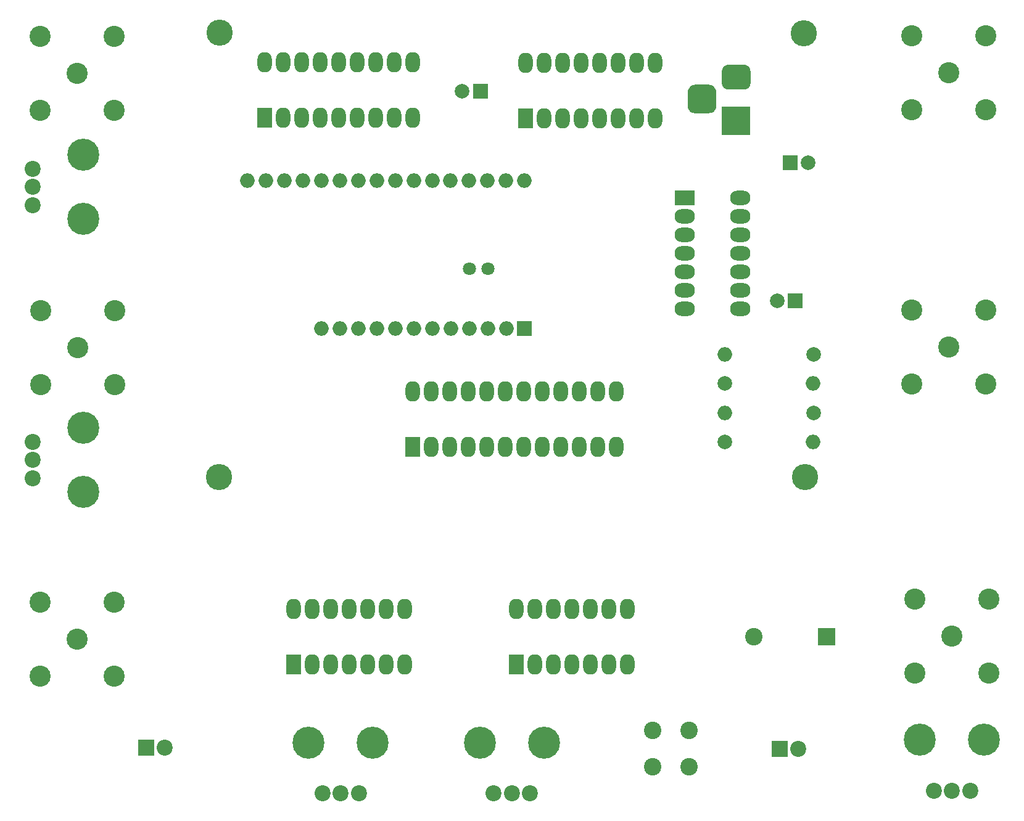
<source format=gbr>
G04 #@! TF.GenerationSoftware,KiCad,Pcbnew,(5.0.0)*
G04 #@! TF.CreationDate,2019-02-04T02:42:20+00:00*
G04 #@! TF.ProjectId,Maxime_Spikeling,4D6178696D655F5370696B656C696E67,rev?*
G04 #@! TF.SameCoordinates,Original*
G04 #@! TF.FileFunction,Soldermask,Bot*
G04 #@! TF.FilePolarity,Negative*
%FSLAX46Y46*%
G04 Gerber Fmt 4.6, Leading zero omitted, Abs format (unit mm)*
G04 Created by KiCad (PCBNEW (5.0.0)) date 02/04/19 02:42:20*
%MOMM*%
%LPD*%
G01*
G04 APERTURE LIST*
%ADD10C,1.800000*%
%ADD11O,2.800000X2.000000*%
%ADD12R,2.800000X2.000000*%
%ADD13R,2.000000X2.000000*%
%ADD14O,2.000000X2.000000*%
%ADD15C,2.900000*%
%ADD16O,2.000000X2.800000*%
%ADD17R,2.000000X2.800000*%
%ADD18C,3.600000*%
%ADD19R,2.400000X2.400000*%
%ADD20C,2.400000*%
%ADD21C,2.200000*%
%ADD22C,4.400000*%
%ADD23R,2.200000X2.200000*%
%ADD24C,2.000000*%
%ADD25C,0.100000*%
%ADD26C,3.900000*%
%ADD27C,3.400000*%
%ADD28R,3.900000X3.900000*%
G04 APERTURE END LIST*
D10*
G04 #@! TO.C,*
X86560000Y-59500000D03*
G04 #@! TD*
D11*
G04 #@! TO.C,*
X123720000Y-49800000D03*
X116100000Y-65040000D03*
X123720000Y-52340000D03*
X116100000Y-62500000D03*
X123720000Y-54880000D03*
X116100000Y-59960000D03*
X123720000Y-57420000D03*
X116100000Y-57420000D03*
X123720000Y-59960000D03*
X116100000Y-54880000D03*
X123720000Y-62500000D03*
X116100000Y-52340000D03*
X123720000Y-65040000D03*
D12*
X116100000Y-49800000D03*
G04 #@! TD*
D13*
G04 #@! TO.C,*
X94100000Y-67770000D03*
D14*
X89020000Y-47440000D03*
X81500000Y-47440000D03*
X91560000Y-47440000D03*
X78960000Y-47440000D03*
X66260000Y-67770000D03*
X76420000Y-47440000D03*
X68800000Y-67770000D03*
X73880000Y-47440000D03*
X71340000Y-67770000D03*
X71340000Y-47440000D03*
X73880000Y-67770000D03*
X68800000Y-47440000D03*
X76420000Y-67770000D03*
X66260000Y-47440000D03*
X78960000Y-67770000D03*
X63720000Y-47440000D03*
X81500000Y-67770000D03*
X61180000Y-47440000D03*
X84040000Y-67770000D03*
X58640000Y-47440000D03*
X86580000Y-67770000D03*
X56100000Y-47440000D03*
X89120000Y-67770000D03*
X91660000Y-67770000D03*
X83940000Y-47440000D03*
X86480000Y-47440000D03*
X94100000Y-47440000D03*
G04 #@! TD*
D15*
G04 #@! TO.C,Digital In 1*
X32700000Y-32700000D03*
X37780000Y-37780000D03*
X37780000Y-27620000D03*
X27620000Y-27620000D03*
X27620000Y-37780000D03*
G04 #@! TD*
G04 #@! TO.C,Digital In 2*
X32800000Y-70400000D03*
X37880000Y-75480000D03*
X37880000Y-65320000D03*
X27720000Y-65320000D03*
X27720000Y-75480000D03*
G04 #@! TD*
G04 #@! TO.C,Analog In*
X32700000Y-110400000D03*
X37780000Y-115480000D03*
X37780000Y-105320000D03*
X27620000Y-105320000D03*
X27620000Y-115480000D03*
G04 #@! TD*
G04 #@! TO.C,Stimulus*
X152800000Y-110000000D03*
X157880000Y-115080000D03*
X157880000Y-104920000D03*
X147720000Y-104920000D03*
X147720000Y-115080000D03*
G04 #@! TD*
G04 #@! TO.C,Digital Out*
X152400000Y-70300000D03*
X157480000Y-75380000D03*
X157480000Y-65220000D03*
X147320000Y-65220000D03*
X147320000Y-75380000D03*
G04 #@! TD*
G04 #@! TO.C,Analog Out*
X152400000Y-32600000D03*
X157480000Y-37680000D03*
X157480000Y-27520000D03*
X147320000Y-27520000D03*
X147320000Y-37680000D03*
G04 #@! TD*
D16*
G04 #@! TO.C,*
X94300000Y-31280000D03*
X112080000Y-38900000D03*
X96840000Y-31280000D03*
X109540000Y-38900000D03*
X99380000Y-31280000D03*
X107000000Y-38900000D03*
X101920000Y-31280000D03*
X104460000Y-38900000D03*
X104460000Y-31280000D03*
X101920000Y-38900000D03*
X107000000Y-31280000D03*
X99380000Y-38900000D03*
X109540000Y-31280000D03*
X96840000Y-38900000D03*
X112080000Y-31280000D03*
D17*
X94300000Y-38900000D03*
G04 #@! TD*
D18*
G04 #@! TO.C,*
X52300000Y-27100000D03*
G04 #@! TD*
D16*
G04 #@! TO.C,*
X62480000Y-106290000D03*
X77720000Y-113910000D03*
X65020000Y-106290000D03*
X75180000Y-113910000D03*
X67560000Y-106290000D03*
X72640000Y-113910000D03*
X70100000Y-106290000D03*
X70100000Y-113910000D03*
X72640000Y-106290000D03*
X67560000Y-113910000D03*
X75180000Y-106290000D03*
X65020000Y-113910000D03*
X77720000Y-106290000D03*
D17*
X62480000Y-113910000D03*
G04 #@! TD*
D16*
G04 #@! TO.C,*
X92980000Y-106290000D03*
X108220000Y-113910000D03*
X95520000Y-106290000D03*
X105680000Y-113910000D03*
X98060000Y-106290000D03*
X103140000Y-113910000D03*
X100600000Y-106290000D03*
X100600000Y-113910000D03*
X103140000Y-106290000D03*
X98060000Y-113910000D03*
X105680000Y-106290000D03*
X95520000Y-113910000D03*
X108220000Y-106290000D03*
D17*
X92980000Y-113910000D03*
G04 #@! TD*
D19*
G04 #@! TO.C,Speaker*
X135600000Y-110100000D03*
D20*
X125600000Y-110100000D03*
G04 #@! TD*
G04 #@! TO.C,Mode*
X111700000Y-122900000D03*
X116700000Y-122900000D03*
X116700000Y-127900000D03*
X111700000Y-127900000D03*
G04 #@! TD*
D21*
G04 #@! TO.C,Vm*
X89900000Y-131600000D03*
X92400000Y-131600000D03*
X94900000Y-131600000D03*
D22*
X88000000Y-124600000D03*
X96800000Y-124600000D03*
G04 #@! TD*
D21*
G04 #@! TO.C,*
X66400000Y-131600000D03*
X68900000Y-131600000D03*
X71400000Y-131600000D03*
D22*
X64500000Y-124600000D03*
X73300000Y-124600000D03*
G04 #@! TD*
D18*
G04 #@! TO.C,*
X132600000Y-88100000D03*
G04 #@! TD*
G04 #@! TO.C,*
X52200000Y-88100000D03*
G04 #@! TD*
G04 #@! TO.C,*
X132500000Y-27200000D03*
G04 #@! TD*
D16*
G04 #@! TO.C,*
X78800000Y-76380000D03*
X106740000Y-84000000D03*
X81340000Y-76380000D03*
X104200000Y-84000000D03*
X83880000Y-76380000D03*
X101660000Y-84000000D03*
X86420000Y-76380000D03*
X99120000Y-84000000D03*
X88960000Y-76380000D03*
X96580000Y-84000000D03*
X91500000Y-76380000D03*
X94040000Y-84000000D03*
X94040000Y-76380000D03*
X91500000Y-84000000D03*
X96580000Y-76380000D03*
X88960000Y-84000000D03*
X99120000Y-76380000D03*
X86420000Y-84000000D03*
X101660000Y-76380000D03*
X83880000Y-84000000D03*
X104200000Y-76380000D03*
X81340000Y-84000000D03*
X106740000Y-76380000D03*
D17*
X78800000Y-84000000D03*
G04 #@! TD*
D16*
G04 #@! TO.C,*
X58500000Y-31180000D03*
X78820000Y-38800000D03*
X61040000Y-31180000D03*
X76280000Y-38800000D03*
X63580000Y-31180000D03*
X73740000Y-38800000D03*
X66120000Y-31180000D03*
X71200000Y-38800000D03*
X68660000Y-31180000D03*
X68660000Y-38800000D03*
X71200000Y-31180000D03*
X66120000Y-38800000D03*
X73740000Y-31180000D03*
X63580000Y-38800000D03*
X76280000Y-31180000D03*
X61040000Y-38800000D03*
X78820000Y-31180000D03*
D17*
X58500000Y-38800000D03*
G04 #@! TD*
D23*
G04 #@! TO.C,J8*
X42200000Y-125300000D03*
D21*
X44740000Y-125300000D03*
G04 #@! TD*
D24*
G04 #@! TO.C,10 k\03A9*
X133800000Y-79300000D03*
D14*
X121620000Y-79300000D03*
G04 #@! TD*
G04 #@! TO.C,*
X133780000Y-83300000D03*
D24*
X121600000Y-83300000D03*
G04 #@! TD*
D21*
G04 #@! TO.C,*
X150300000Y-131200000D03*
X152800000Y-131200000D03*
X155300000Y-131200000D03*
D22*
X148400000Y-124200000D03*
X157200000Y-124200000D03*
G04 #@! TD*
G04 #@! TO.C,Synapse 1*
X33600000Y-52700000D03*
X33600000Y-43900000D03*
D21*
X26600000Y-50800000D03*
X26600000Y-48300000D03*
X26600000Y-45800000D03*
G04 #@! TD*
D22*
G04 #@! TO.C,Synapse 2*
X33600000Y-90200000D03*
X33600000Y-81400000D03*
D21*
X26600000Y-88300000D03*
X26600000Y-85800000D03*
X26600000Y-83300000D03*
G04 #@! TD*
D13*
G04 #@! TO.C,1 uF*
X130600000Y-45000000D03*
D24*
X133100000Y-45000000D03*
G04 #@! TD*
G04 #@! TO.C,1 uF*
X85600000Y-35100000D03*
D13*
X88100000Y-35100000D03*
G04 #@! TD*
D23*
G04 #@! TO.C,LED*
X129200000Y-125500000D03*
D21*
X131740000Y-125500000D03*
G04 #@! TD*
D14*
G04 #@! TO.C,*
X133780000Y-75300000D03*
D24*
X121600000Y-75300000D03*
G04 #@! TD*
D13*
G04 #@! TO.C,1 nF*
X131300000Y-63900000D03*
D24*
X128800000Y-63900000D03*
G04 #@! TD*
D14*
G04 #@! TO.C,10 \03A9*
X121620000Y-71300000D03*
D24*
X133800000Y-71300000D03*
G04 #@! TD*
D25*
G04 #@! TO.C,5V*
G36*
X119570567Y-34254695D02*
X119665213Y-34268734D01*
X119758028Y-34291983D01*
X119848116Y-34324217D01*
X119934612Y-34365127D01*
X120016681Y-34414317D01*
X120093533Y-34471315D01*
X120164429Y-34535571D01*
X120228685Y-34606467D01*
X120285683Y-34683319D01*
X120334873Y-34765388D01*
X120375783Y-34851884D01*
X120408017Y-34941972D01*
X120431266Y-35034787D01*
X120445305Y-35129433D01*
X120450000Y-35225000D01*
X120450000Y-37175000D01*
X120445305Y-37270567D01*
X120431266Y-37365213D01*
X120408017Y-37458028D01*
X120375783Y-37548116D01*
X120334873Y-37634612D01*
X120285683Y-37716681D01*
X120228685Y-37793533D01*
X120164429Y-37864429D01*
X120093533Y-37928685D01*
X120016681Y-37985683D01*
X119934612Y-38034873D01*
X119848116Y-38075783D01*
X119758028Y-38108017D01*
X119665213Y-38131266D01*
X119570567Y-38145305D01*
X119475000Y-38150000D01*
X117525000Y-38150000D01*
X117429433Y-38145305D01*
X117334787Y-38131266D01*
X117241972Y-38108017D01*
X117151884Y-38075783D01*
X117065388Y-38034873D01*
X116983319Y-37985683D01*
X116906467Y-37928685D01*
X116835571Y-37864429D01*
X116771315Y-37793533D01*
X116714317Y-37716681D01*
X116665127Y-37634612D01*
X116624217Y-37548116D01*
X116591983Y-37458028D01*
X116568734Y-37365213D01*
X116554695Y-37270567D01*
X116550000Y-37175000D01*
X116550000Y-35225000D01*
X116554695Y-35129433D01*
X116568734Y-35034787D01*
X116591983Y-34941972D01*
X116624217Y-34851884D01*
X116665127Y-34765388D01*
X116714317Y-34683319D01*
X116771315Y-34606467D01*
X116835571Y-34535571D01*
X116906467Y-34471315D01*
X116983319Y-34414317D01*
X117065388Y-34365127D01*
X117151884Y-34324217D01*
X117241972Y-34291983D01*
X117334787Y-34268734D01*
X117429433Y-34254695D01*
X117525000Y-34250000D01*
X119475000Y-34250000D01*
X119570567Y-34254695D01*
X119570567Y-34254695D01*
G37*
D26*
X118500000Y-36200000D03*
D25*
G36*
X124383315Y-31504093D02*
X124465827Y-31516333D01*
X124546742Y-31536601D01*
X124625281Y-31564702D01*
X124700687Y-31600367D01*
X124772235Y-31643251D01*
X124839234Y-31692941D01*
X124901041Y-31748959D01*
X124957059Y-31810766D01*
X125006749Y-31877765D01*
X125049633Y-31949313D01*
X125085298Y-32024719D01*
X125113399Y-32103258D01*
X125133667Y-32184173D01*
X125145907Y-32266685D01*
X125150000Y-32350000D01*
X125150000Y-34050000D01*
X125145907Y-34133315D01*
X125133667Y-34215827D01*
X125113399Y-34296742D01*
X125085298Y-34375281D01*
X125049633Y-34450687D01*
X125006749Y-34522235D01*
X124957059Y-34589234D01*
X124901041Y-34651041D01*
X124839234Y-34707059D01*
X124772235Y-34756749D01*
X124700687Y-34799633D01*
X124625281Y-34835298D01*
X124546742Y-34863399D01*
X124465827Y-34883667D01*
X124383315Y-34895907D01*
X124300000Y-34900000D01*
X122100000Y-34900000D01*
X122016685Y-34895907D01*
X121934173Y-34883667D01*
X121853258Y-34863399D01*
X121774719Y-34835298D01*
X121699313Y-34799633D01*
X121627765Y-34756749D01*
X121560766Y-34707059D01*
X121498959Y-34651041D01*
X121442941Y-34589234D01*
X121393251Y-34522235D01*
X121350367Y-34450687D01*
X121314702Y-34375281D01*
X121286601Y-34296742D01*
X121266333Y-34215827D01*
X121254093Y-34133315D01*
X121250000Y-34050000D01*
X121250000Y-32350000D01*
X121254093Y-32266685D01*
X121266333Y-32184173D01*
X121286601Y-32103258D01*
X121314702Y-32024719D01*
X121350367Y-31949313D01*
X121393251Y-31877765D01*
X121442941Y-31810766D01*
X121498959Y-31748959D01*
X121560766Y-31692941D01*
X121627765Y-31643251D01*
X121699313Y-31600367D01*
X121774719Y-31564702D01*
X121853258Y-31536601D01*
X121934173Y-31516333D01*
X122016685Y-31504093D01*
X122100000Y-31500000D01*
X124300000Y-31500000D01*
X124383315Y-31504093D01*
X124383315Y-31504093D01*
G37*
D27*
X123200000Y-33200000D03*
D28*
X123200000Y-39200000D03*
G04 #@! TD*
D10*
G04 #@! TO.C,*
X89100000Y-59500000D03*
G04 #@! TD*
M02*

</source>
